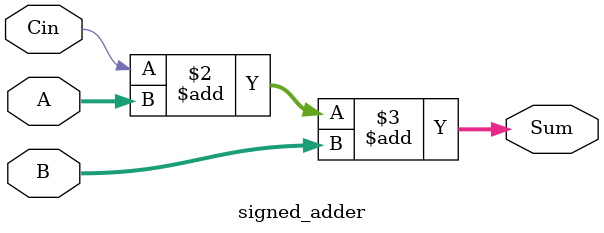
<source format=v>
`timescale 1ns/1ps

module normalisation(
input clk, 
input rst,
input [19:0] signed_sum,
input [4:0] exp_max,
output sign,
output [10:0] norm_sum,
output [6:0] exp_final);
  
reg [19:0] unsigned_sum;
wire [14:0] x;
reg z;
integer i;
reg [10:0] shifted_sum;
reg [4:0] exp_diff;
wire exp_carry;


always @(posedge clk or rst)begin 
    if(!rst)begin
     z = 1'b0;
     
     end
end
   assign sign = signed_sum[19];
   //assign x = unsigned_sum[14:0];
always @(posedge clk)begin 
   if(sign==1'b1)begin
      unsigned_sum = signed_sum;
      end
   else begin
      unsigned_sum = ~signed_sum +1'b1;
      end
end
// leading one detector
always @(posedge clk)begin
 for ( i=0; i<15; i=i+1)begin
    z = (unsigned_sum[i]==1'b1)? i : z ; 
 end
  shifted_sum <= unsigned_sum >> z;
  exp_diff = z;
end

round_to_nearest_even r1(.num(shifted_sum), .rounded_num(norm_sum), .exp_carry(exp_carry));
signed_adder s1(.A(exp_diff), .B(exp_max), .Cin(exp_carry), .Sum(exp_final));
endmodule


module round_to_nearest_even(
  input [10:0] num,
  output reg [10:0] rounded_num,
  output reg exp_carry
);

  wire is_odd;

  // Determine if the input number is odd
  assign is_odd = (num[0] == 1'b1);

  // Round to nearest even
  always @(*) begin
    if (is_odd)
      {exp_carry,rounded_num} = num + 1;
    else
      {exp_carry,rounded_num} = num;
  end

endmodule


module signed_adder (
  input [4:0] A, 
  input [4:0] B, 
  input Cin,     
  output [6:0] Sum 
  );
  assign Sum = Cin + A + B;

endmodule

</source>
